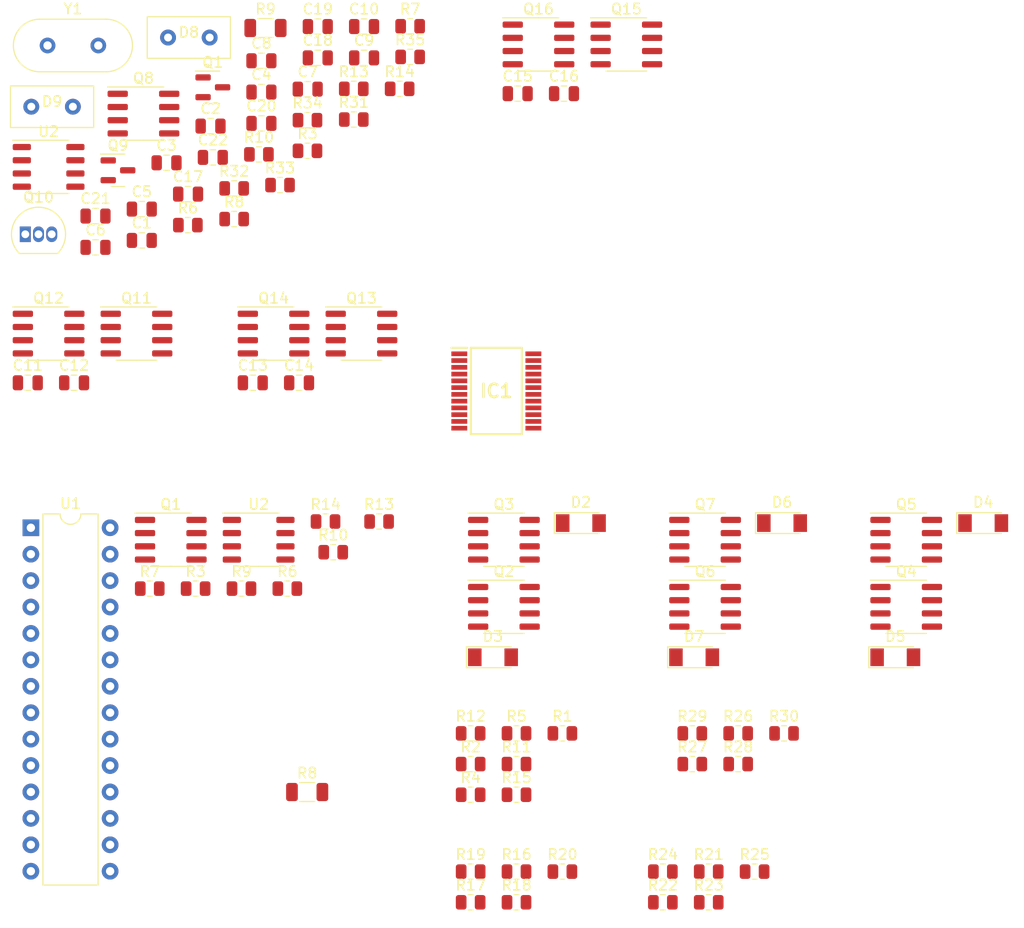
<source format=kicad_pcb>
(kicad_pcb (version 20211014) (generator pcbnew)
  (layers (0 "F.Cu" signal) (31 "B.Cu" signal) (34 "B.Paste" user) (35 "F.Paste" user) (36 "B.SilkS" user "B.Silkscreen") (37 "F.SilkS" user "F.Silkscreen") (38 "B.Mask" user) (39 "F.Mask" user) (44 "Edge.Cuts" user))
  (net 0 "")
  (net 1 "GND")
  (net 2 "+5V")
  (net 3 "Net-(C11-Pad1)")
  (net 4 "I_SENSE")
  (net 5 "VBUS")
  (net 6 "Net-(C12-Pad2)")
  (net 7 "Net-(C13-Pad1)")
  (net 8 "Net-(C14-Pad2)")
  (net 9 "Net-(C15-Pad1)")
  (net 10 "Net-(C16-Pad2)")
  (net 11 "Net-(C2-Pad1)")
  (net 12 "SHUTOFF")
  (net 13 "Net-(C4-Pad2)")
  (net 14 "OUTFG")
  (net 15 "U_N")
  (net 16 "V_N")
  (net 17 "W_N")
  (net 18 "U_P")
  (net 19 "V_P")
  (net 20 "W_P")
  (net 21 "Net-(C3-Pad1)")
  (net 22 "U_W")
  (net 23 "V_W")
  (net 24 "W_W")
  (net 25 "WAVE_CMP")
  (net 26 "Net-(C6-Pad2)")
  (net 27 "VReg")
  (net 28 "+BATT")
  (net 29 "Net-(Q1-Pad4)")
  (net 30 "Net-(Q1-Pad5)")
  (net 31 "U_MTR")
  (net 32 "W_MTR")
  (net 33 "V_MTR")
  (net 34 "I_MOTOR_TELEM")
  (net 35 "Net-(R10-Pad1)")
  (net 36 "MTR_V_TELEM")
  (net 37 "Net-(C17-Pad2)")
  (net 43 "Net-(C18-Pad2)")
  (net 44 "/U/BRK_OUT")
  (net 46 "/W/BRK_OUT")
  (net 47 "/V/BRK_OUT")
  (net 48 "Net-(D8-Pad2)")
  (net 49 "Net-(D9-Pad1)")
  (net 50 "SFCF")
  (net 51 "RSTMTRV")
  (net 52 "Net-(Q1-Pad3)")
  (net 53 "Net-(Q11-Pad5)")
  (net 54 "Net-(Q13-Pad5)")
  (net 56 "Net-(Q15-Pad5)")
  (net 62 "PWM_IN")
  (net 63 "Net-(R6-Pad1)")
  (net 64 "Net-(U2-Pad5)")
  (net 65 "Net-(Q8-Pad4)")
  (net 66 "Net-(Q8-Pad5)")
  (net 67 "Net-(Q9-Pad1)")
  (net 68 "MTR_FRQ")
  (net 69 "DRV_MTR")
  (net 70 "DRN_MTR")
  (net 71 "Net-(R7-Pad2)")
  (net 72 "RSTMTRVOCP")
  (net 73 "Net-(R10-Pad2)")
  (net 74 "RESET")
  (net 75 "BTL1")
  (net 76 "BTL2")
  (net 77 "BTL3")
  (footprint "Package_SO:SO-8_3.9x4.9mm_P1.27mm" (layer "F.Cu") (at 157.6132 36.872)
    (fp_text reference "U2" (at 0 -3.4) (layer "F.SilkS"))
    (fp_text value "MAX4373F")
    (pad "1" smd roundrect (at -2.575 -1.905) (size 1.75 0.6) (layers "F.Cu" "F.Paste" "F.Mask") (net 28 "+BATT"))
    (pad "2" smd roundrect (at -2.575 -0.635) (size 1.75 0.6) (layers "F.Cu" "F.Paste" "F.Mask") (net 34 "I_MOTOR_TELEM"))
    (pad "3" smd roundrect (at -2.575 0.635) (size 1.75 0.6) (layers "F.Cu" "F.Paste" "F.Mask") (net 73 "Net-(R10-Pad2)"))
    (pad "4" smd roundrect (at -2.575 1.905) (size 1.75 0.6) (layers "F.Cu" "F.Paste" "F.Mask") (net 1 "GND"))
    (pad "5" smd roundrect (at 2.575 1.905) (size 1.75 0.6) (layers "F.Cu" "F.Paste" "F.Mask") (net 72 "RSTMTRVOCP"))
    (pad "6" smd roundrect (at 2.575 0.635) (size 1.75 0.6) (layers "F.Cu" "F.Paste" "F.Mask") (net 67 "Net-(Q9-Pad1)"))
    (pad "7" smd roundrect (at 2.575 -0.635) (size 1.75 0.6) (layers "F.Cu" "F.Paste" "F.Mask") (net 5 "VBUS"))
    (pad "8" smd roundrect (at 2.575 -1.905) (size 1.75 0.6) (layers "F.Cu" "F.Paste" "F.Mask") (net 66 "Net-(Q8-Pad5)"))
  )
  (footprint "Resistor_SMD:R_0805_2012Metric" (layer "F.Cu") (at 216.67 104.6284)
    (fp_text reference "R24" (at 0 -1.65) (layer "F.SilkS"))
    (fp_text value "10K")
    (pad "1" smd roundrect (at -0.9125 0) (size 1.025 1.4) (layers "F.Cu" "F.Paste" "F.Mask") (roundrect_rratio 0.243902) (net 5 "VBUS"))
    (pad "2" smd roundrect (at 0.9125 0) (size 1.025 1.4) (layers "F.Cu" "F.Paste" "F.Mask") (roundrect_rratio 0.243902) (net 8 "Net-(C14-Pad2)"))
  )
  (footprint "Capacitor_SMD:C_0805_2012Metric" (layer "F.Cu") (at 178.0732 32.692)
    (fp_text reference "C20" (at 0 -1.68) (layer "F.SilkS"))
    (fp_text value "1uF")
    (pad "1" smd roundrect (at -0.95 0) (size 1 1.45) (layers "F.Cu" "F.Paste" "F.Mask") (net 44 "/U/BRK_OUT"))
    (pad "2" smd roundrect (at 0.95 0) (size 1 1.45) (layers "F.Cu" "F.Paste" "F.Mask") (net 46 "/W/BRK_OUT"))
  )
  (footprint "Capacitor_SMD:C_0805_2012Metric" (layer "F.Cu") (at 166.5732 43.942)
    (fp_text reference "C1" (at 0 -1.68) (layer "F.SilkS"))
    (fp_text value "1uF")
    (pad "1" smd roundrect (at -0.95 0) (size 1 1.45) (layers "F.Cu" "F.Paste" "F.Mask") (net 2 "+5V"))
    (pad "2" smd roundrect (at 0.95 0) (size 1 1.45) (layers "F.Cu" "F.Paste" "F.Mask") (net 1 "GND"))
  )
  (footprint "Resistor_SMD:R_0805_2012Metric" (layer "F.Cu") (at 216.67 107.5784)
    (fp_text reference "R22" (at 0 -1.65) (layer "F.SilkS"))
    (fp_text value "100")
    (pad "1" smd roundrect (at -0.9125 0) (size 1.025 1.4) (layers "F.Cu" "F.Paste" "F.Mask") (roundrect_rratio 0.243902) (net 19 "V_P"))
    (pad "2" smd roundrect (at 0.9125 0) (size 1.025 1.4) (layers "F.Cu" "F.Paste" "F.Mask") (roundrect_rratio 0.243902) (net 8 "Net-(C14-Pad2)"))
  )
  (footprint "Resistor_SMD:R_0805_2012Metric" (layer "F.Cu") (at 223.91 94.2884)
    (fp_text reference "R28" (at 0 -1.65) (layer "F.SilkS"))
    (fp_text value "10K")
    (pad "1" smd roundrect (at -0.9125 0) (size 1.025 1.4) (layers "F.Cu" "F.Paste" "F.Mask") (roundrect_rratio 0.243902) (net 9 "Net-(C15-Pad1)"))
    (pad "2" smd roundrect (at 0.9125 0) (size 1.025 1.4) (layers "F.Cu" "F.Paste" "F.Mask") (roundrect_rratio 0.243902) (net 4 "I_SENSE"))
  )
  (footprint "Diode_SMD:D_MiniMELF" (layer "F.Cu") (at 219.678 84.02)
    (fp_text reference "D7" (at 0 -2) (layer "F.SilkS"))
    (fp_text value "BZV55B12")
    (pad "1" smd rect (at -1.75 0) (size 1.3 1.7) (layers "F.Cu" "F.Paste" "F.Mask") (net 5 "VBUS"))
    (pad "2" smd rect (at 1.75 0) (size 1.3 1.7) (layers "F.Cu" "F.Paste" "F.Mask") (net 10 "Net-(C16-Pad2)"))
  )
  (footprint "Package_SO:SO-8_3.9x4.9mm_P1.27mm" (layer "F.Cu") (at 177.808 72.72)
    (fp_text reference "U2" (at 0 -3.4) (layer "F.SilkS"))
    (fp_text value "MAX4373F")
    (pad "1" smd roundrect (at -2.575 -1.905) (size 1.75 0.6) (layers "F.Cu" "F.Paste" "F.Mask") (net 63 "Net-(R6-Pad1)"))
    (pad "2" smd roundrect (at -2.575 -0.635) (size 1.75 0.6) (layers "F.Cu" "F.Paste" "F.Mask") (net 34 "I_MOTOR_TELEM"))
    (pad "3" smd roundrect (at -2.575 0.635) (size 1.75 0.6) (layers "F.Cu" "F.Paste" "F.Mask") (net 35 "Net-(R10-Pad1)"))
    (pad "4" smd roundrect (at -2.575 1.905) (size 1.75 0.6) (layers "F.Cu" "F.Paste" "F.Mask") (net 1 "GND"))
    (pad "5" smd roundrect (at 2.575 1.905) (size 1.75 0.6) (layers "F.Cu" "F.Paste" "F.Mask") (net 64 "Net-(U2-Pad5)"))
    (pad "6" smd roundrect (at 2.575 0.635) (size 1.75 0.6) (layers "F.Cu" "F.Paste" "F.Mask") (net 29 "Net-(Q1-Pad4)"))
    (pad "7" smd roundrect (at 2.575 -0.635) (size 1.75 0.6) (layers "F.Cu" "F.Paste" "F.Mask") (net 5 "VBUS"))
    (pad "8" smd roundrect (at 2.575 -1.905) (size 1.75 0.6) (layers "F.Cu" "F.Paste" "F.Mask") (net 30 "Net-(Q1-Pad5)"))
  )
  (footprint "Resistor_SMD:R_0805_2012Metric" (layer "F.Cu") (at 221.08 104.6284)
    (fp_text reference "R21" (at 0 -1.65) (layer "F.SilkS"))
    (fp_text value "100")
    (pad "1" smd roundrect (at -0.9125 0) (size 1.025 1.4) (layers "F.Cu" "F.Paste" "F.Mask") (roundrect_rratio 0.243902) (net 16 "V_N"))
    (pad "2" smd roundrect (at 0.9125 0) (size 1.025 1.4) (layers "F.Cu" "F.Paste" "F.Mask") (roundrect_rratio 0.243902) (net 7 "Net-(C13-Pad1)"))
  )
  (footprint "Resistor_SMD:R_0805_2012Metric" (layer "F.Cu") (at 171.0032 42.472)
    (fp_text reference "R6" (at 0 -1.65) (layer "F.SilkS"))
    (fp_text value "10K")
    (pad "1" smd roundrect (at -0.9125 0) (size 1.025 1.4) (layers "F.Cu" "F.Paste" "F.Mask") (roundrect_rratio 0.243902) (net 28 "+BATT"))
    (pad "2" smd roundrect (at 0.9125 0) (size 1.025 1.4) (layers "F.Cu" "F.Paste" "F.Mask") (roundrect_rratio 0.243902) (net 67 "Net-(Q9-Pad1)"))
  )
  (footprint "Resistor_SMD:R_0805_2012Metric" (layer "F.Cu") (at 198.19 94.2884)
    (fp_text reference "R2" (at 0 -1.65) (layer "F.SilkS"))
    (fp_text value "10K")
    (pad "1" smd roundrect (at -0.9125 0) (size 1.025 1.4) (layers "F.Cu" "F.Paste" "F.Mask") (roundrect_rratio 0.243902) (net 1 "GND"))
    (pad "2" smd roundrect (at 0.9125 0) (size 1.025 1.4) (layers "F.Cu" "F.Paste" "F.Mask") (roundrect_rratio 0.243902) (net 11 "Net-(C2-Pad1)"))
  )
  (footprint "Capacitor_SMD:C_0805_2012Metric" (layer "F.Cu") (at 166.5732 40.932)
    (fp_text reference "C5" (at 0 -1.68) (layer "F.SilkS"))
    (fp_text value "0.1uF")
    (pad "1" smd roundrect (at -0.95 0) (size 1 1.45) (layers "F.Cu" "F.Paste" "F.Mask") (net 27 "VReg"))
    (pad "2" smd roundrect (at 0.95 0) (size 1 1.45) (layers "F.Cu" "F.Paste" "F.Mask") (net 1 "GND"))
  )
  (footprint "Resistor_SMD:R_0805_2012Metric" (layer "F.Cu") (at 177.8332 35.672)
    (fp_text reference "R10" (at 0 -1.65) (layer "F.SilkS"))
    (fp_text value "9.5K")
    (pad "1" smd roundrect (at -0.9125 0) (size 1.025 1.4) (layers "F.Cu" "F.Paste" "F.Mask") (roundrect_rratio 0.243902) (net 34 "I_MOTOR_TELEM"))
    (pad "2" smd roundrect (at 0.9125 0) (size 1.025 1.4) (layers "F.Cu" "F.Paste" "F.Mask") (roundrect_rratio 0.243902) (net 73 "Net-(R10-Pad2)"))
  )
  (footprint "Resistor_SMD:R_1206_3216Metric" (layer "F.Cu") (at 178.4632 23.522)
    (fp_text reference "R9" (at 0 -1.82) (layer "F.SilkS"))
    (fp_text value "3m")
    (pad "1" smd roundrect (at -1.4625 0) (size 1.125 1.75) (layers "F.Cu" "F.Paste" "F.Mask") (roundrect_rratio 0.222222) (net 5 "VBUS"))
    (pad "2" smd roundrect (at 1.4625 0) (size 1.125 1.75) (layers "F.Cu" "F.Paste" "F.Mask") (roundrect_rratio 0.222222) (net 66 "Net-(Q8-Pad5)"))
  )
  (footprint "Capacitor_SMD:C_0805_2012Metric" (layer "F.Cu") (at 173.1832 32.952)
    (fp_text reference "C2" (at 0 -1.68) (layer "F.SilkS"))
    (fp_text value "1nF")
    (pad "1" smd roundrect (at -0.95 0) (size 1 1.45) (layers "F.Cu" "F.Paste" "F.Mask") (net 11 "Net-(C2-Pad1)"))
    (pad "2" smd roundrect (at 0.95 0) (size 1 1.45) (layers "F.Cu" "F.Paste" "F.Mask") (net 1 "GND"))
  )
  (footprint "Crystal:Crystal_HC49-4H_Vertical" (layer "F.Cu") (at 157.5132 25.202)
    (fp_text reference "Y1" (at 2.44 -3.525) (layer "F.SilkS"))
    (fp_text value "16MHz")
    (pad "1" thru_hole circle (at 0 0) (size 1.5 1.5) (drill 0.8) (layers *.Cu *.Mask) (net 37 "Net-(C17-Pad2)"))
    (pad "2" thru_hole circle (at 4.88 0) (size 1.5 1.5) (drill 0.8) (layers *.Cu *.Mask) (net 43 "Net-(C18-Pad2)"))
  )
  (footprint "Capacitor_SMD:C_0805_2012Metric" (layer "F.Cu") (at 178.0732 26.672)
    (fp_text reference "C8" (at 0 -1.68) (layer "F.SilkS"))
    (fp_text value "1uF")
    (pad "1" smd roundrect (at -0.95 0) (size 1 1.45) (layers "F.Cu" "F.Paste" "F.Mask") (net 5 "VBUS"))
    (pad "2" smd roundrect (at 0.95 0) (size 1 1.45) (layers "F.Cu" "F.Paste" "F.Mask") (net 1 "GND"))
  )
  (footprint "TB9061AFNG:2x_jumper" (layer "F.Cu") (at 171.0982 24.437)
    (fp_text reference "D8" (at 0 -0.5 unlocked) (layer "F.SilkS"))
    (fp_text value "BPW20RF ")
    (pad "1" thru_hole circle (at 2 0) (size 1.524 1.524) (drill 0.762) (layers *.Cu *.Mask) (net 2 "+5V"))
    (pad "2" thru_hole circle (at -2 0) (size 1.524 1.524) (drill 0.762) (layers *.Cu *.Mask) (net 48 "Net-(D8-Pad2)"))
  )
  (footprint "Package_DIP:DIP-28_W7.62mm" (layer "F.Cu") (at 155.908 71.57)
    (fp_text reference "U1" (at 3.81 -2.33) (layer "F.SilkS"))
    (fp_text value "ATmega328-P")
    (pad "1" thru_hole rect (at 0 0) (size 1.6 1.6) (drill 0.8) (layers *.Cu *.Mask) (net 74 "RESET"))
    (pad "2" thru_hole oval (at 0 2.54) (size 1.6 1.6) (drill 0.8) (layers *.Cu *.Mask))
    (pad "3" thru_hole oval (at 0 5.08) (size 1.6 1.6) (drill 0.8) (layers *.Cu *.Mask))
    (pad "4" thru_hole oval (at 0 7.62) (size 1.6 1.6) (drill 0.8) (layers *.Cu *.Mask))
    (pad "5" thru_hole oval (at 0 10.16) (size 1.6 1.6) (drill 0.8) (layers *.Cu *.Mask))
    (pad "6" thru_hole oval (at 0 12.7) (size 1.6 1.6) (drill 0.8) (layers *.Cu *.Mask))
    (pad "7" thru_hole oval (at 0 15.24) (size 1.6 1.6) (drill 0.8) (layers *.Cu *.Mask) (net 2 "+5V"))
    (pad "8" thru_hole oval (at 0 17.78) (size 1.6 1.6) (drill 0.8) (layers *.Cu *.Mask) (net 1 "GND"))
    (pad "9" thru_hole oval (at 0 20.32) (size 1.6 1.6) (drill 0.8) (layers *.Cu *.Mask) (net 37 "Net-(C17-Pad2)"))
    (pad "10" thru_hole oval (at 0 22.86) (size 1.6 1.6) (drill 0.8) (layers *.Cu *.Mask))
    (pad "11" thru_hole oval (at 0 25.4) (size 1.6 1.6) (drill 0.8) (layers *.Cu *.Mask) (net 62 "PWM_IN"))
    (pad "12" thru_hole oval (at 0 27.94) (size 1.6 1.6) (drill 0.8) (layers *.Cu *.Mask) (net 72 "RSTMTRVOCP"))
    (pad "13" thru_hole oval (at 0 30.48) (size 1.6 1.6) (drill 0.8) (layers *.Cu *.Mask) (net 51 "RSTMTRV"))
    (pad "14" thru_hole oval (at 0 33.02) (size 1.6 1.6) (drill 0.8) (layers *.Cu *.Mask) (net 12 "SHUTOFF"))
    (pad "15" thru_hole oval (at 7.62 33.02) (size 1.6 1.6) (drill 0.8) (layers *.Cu *.Mask) (net 71 "Net-(R7-Pad2)"))
    (pad "16" thru_hole oval (at 7.62 30.48) (size 1.6 1.6) (drill 0.8) (layers *.Cu *.Mask) (net 68 "MTR_FRQ"))
    (pad "17" thru_hole oval (at 7.62 27.94) (size 1.6 1.6) (drill 0.8) (layers *.Cu *.Mask) (net 75 "BTL1"))
    (pad "18" thru_hole oval (at 7.62 25.4) (size 1.6 1.6) (drill 0.8) (layers *.Cu *.Mask) (net 76 "BTL2"))
    (pad "19" thru_hole oval (at 7.62 22.86) (size 1.6 1.6) (drill 0.8) (layers *.Cu *.Mask) (net 77 "BTL3"))
    (pad "20" thru_hole oval (at 7.62 20.32) (size 1.6 1.6) (drill 0.8) (layers *.Cu *.Mask) (net 2 "+5V"))
    (pad "21" thru_hole oval (at 7.62 17.78) (size 1.6 1.6) (drill 0.8) (layers *.Cu *.Mask))
    (pad "22" thru_hole oval (at 7.62 15.24) (size 1.6 1.6) (drill 0.8) (layers *.Cu *.Mask) (net 1 "GND"))
    (pad "23" thru_hole oval (at 7.62 12.7) (size 1.6 1.6) (drill 0.8) (layers *.Cu *.Mask) (net 34 "I_MOTOR_TELEM"))
    (pad "24" thru_hole oval (at 7.62 10.16) (size 1.6 1.6) (drill 0.8) (layers *.Cu *.Mask))
    (pad "25" thru_hole oval (at 7.62 7.62) (size 1.6 1.6) (drill 0.8) (layers *.Cu *.Mask))
    (pad "26" thru_hole oval (at 7.62 5.08) (size 1.6 1.6) (drill 0.8) (layers *.Cu *.Mask))
    (pad "27" thru_hole oval (at 7.62 2.54) (size 1.6 1.6) (drill 0.8) (layers *.Cu *.Mask))
    (pad "28" thru_hole oval (at 7.62 0) (size 1.6 1.6) (drill 0.8) (layers *.Cu *.Mask))
  )
  (footprint "Resistor_SMD:R_0805_2012Metric" (layer "F.Cu") (at 202.6 94.2884)
    (fp_text reference "R11" (at 0 -1.65) (layer "F.SilkS"))
    (fp_text value "3K")
    (pad "1" smd roundrect (at -0.9125 0) (size 1.025 1.4) (layers "F.Cu" "F.Paste" "F.Mask") (roundrect_rratio 0.243902) (net 27 "VReg"))
    (pad "2" smd roundrect (at 0.9125 0) (size 1.025 1.4) (layers "F.Cu" "F.Paste" "F.Mask") (roundrect_rratio 0.243902) (net 50 "SFCF"))
  )
  (footprint "Capacitor_SMD:C_0805_2012Metric" (layer "F.Cu") (at 173.4032 35.962)
    (fp_text reference "C22" (at 0 -1.68) (layer "F.SilkS"))
    (fp_text value "1uF")
    (pad "1" smd roundrect (at -0.95 0) (size 1 1.45) (layers "F.Cu" "F.Paste" "F.Mask") (net 44 "/U/BRK_OUT"))
    (pad "2" smd roundrect (at 0.95 0) (size 1 1.45) (layers "F.Cu" "F.Paste" "F.Mask") (net 47 "/V/BRK_OUT"))
  )
  (footprint "Package_SO:SOIC-8_3.9x4.9mm_P1.27mm" (layer "F.Cu") (at 169.358 72.72)
    (fp_text reference "Q1" (at 0 -3.4) (layer "F.SilkS"))
    (fp_text value "IRF7458")
    (pad "1" smd roundrect (at -2.475 -1.905) (size 1.95 0.6) (layers "F.Cu" "F.Paste" "F.Mask") (net 28 "+BATT"))
    (pad "2" smd roundrect (at -2.475 -0.635) (size 1.95 0.6) (layers "F.Cu" "F.Paste" "F.Mask") (net 28 "+BATT"))
    (pad "3" smd roundrect (at -2.475 0.635) (size 1.95 0.6) (layers "F.Cu" "F.Paste" "F.Mask") (net 28 "+BATT"))
    (pad "4" smd roundrect (at -2.475 1.905) (size 1.95 0.6) (layers "F.Cu" "F.Paste" "F.Mask") (net 29 "Net-(Q1-Pad4)"))
    (pad "5" smd roundrect (at 2.475 1.905) (size 1.95 0.6) (layers "F.Cu" "F.Paste" "F.Mask") (net 30 "Net-(Q1-Pad5)"))
    (pad "6" smd roundrect (at 2.475 0.635) (size 1.95 0.6) (layers "F.Cu" "F.Paste" "F.Mask") (net 30 "Net-(Q1-Pad5)"))
    (pad "7" smd roundrect (at 2.475 -0.635) (size 1.95 0.6) (layers "F.Cu" "F.Paste" "F.Mask") (net 30 "Net-(Q1-Pad5)"))
    (pad "8" smd roundrect (at 2.475 -1.905) (size 1.95 0.6) (layers "F.Cu" "F.Paste" "F.Mask") (net 30 "Net-(Q1-Pad5)"))
  )
  (footprint "Package_SO:SOIC-8_3.9x4.9mm_P1.27mm" (layer "F.Cu") (at 240.068 72.72)
    (fp_text reference "Q5" (at 0 -3.4) (layer "F.SilkS"))
    (fp_text value "Si4162DY")
    (pad "1" smd roundrect (at -2.475 -1.905) (size 1.95 0.6) (layers "F.Cu" "F.Paste" "F.Mask") (net 4 "I_SENSE"))
    (pad "2" smd roundrect (at -2.475 -0.635) (size 1.95 0.6) (layers "F.Cu" "F.Paste" "F.Mask") (net 4 "I_SENSE"))
    (pad "3" smd roundrect (at -2.475 0.635) (size 1.95 0.6) (layers "F.Cu" "F.Paste" "F.Mask") (net 4 "I_SENSE"))
    (pad "4" smd roundrect (at -2.475 1.905) (size 1.95 0.6) (layers "F.Cu" "F.Paste" "F.Mask") (net 7 "Net-(C13-Pad1)"))
    (pad "5" smd roundrect (at 2.475 1.905) (size 1.95 0.6) (layers "F.Cu" "F.Paste" "F.Mask") (net 54 "Net-(Q13-Pad5)"))
    (pad "6" smd roundrect (at 2.475 0.635) (size 1.95 0.6) (layers "F.Cu" "F.Paste" "F.Mask") (net 54 "Net-(Q13-Pad5)"))
    (pad "7" smd roundrect (at 2.475 -0.635) (size 1.95 0.6) (layers "F.Cu" "F.Paste" "F.Mask") (net 54 "Net-(Q13-Pad5)"))
    (pad "8" smd roundrect (at 2.475 -1.905) (size 1.95 0.6) (layers "F.Cu" "F.Paste" "F.Mask") (net 54 "Net-(Q13-Pad5)"))
  )
  (footprint "Package_SO:SOIC-8_3.9x4.9mm_P1.27mm" (layer "F.Cu") (at 220.728 79.17)
    (fp_text reference "Q6" (at 0 -3.4) (layer "F.SilkS"))
    (fp_text value "IRF7404")
    (pad "1" smd roundrect (at -2.475 -1.905) (size 1.95 0.6) (layers "F.Cu" "F.Paste" "F.Mask") (net 56 "Net-(Q15-Pad5)"))
    (pad "2" smd roundrect (at -2.475 -0.635) (size 1.95 0.6) (layers "F.Cu" "F.Paste" "F.Mask") (net 56 "Net-(Q15-Pad5)"))
    (pad "3" smd roundrect (at -2.475 0.635) (size 1.95 0.6) (layers "F.Cu" "F.Paste" "F.Mask") (net 56 "Net-(Q15-Pad5)"))
    (pad "4" smd roundrect (at -2.475 1.905) (size 1.95 0.6) (layers "F.Cu" "F.Paste" "F.Mask") (net 10 "Net-(C16-Pad2)"))
    (pad "5" smd roundrect (at 2.475 1.905) (size 1.95 0.6) (layers "F.Cu" "F.Paste" "F.Mask") (net 5 "VBUS"))
    (pad "6" smd roundrect (at 2.475 0.635) (size 1.95 0.6) (layers "F.Cu" "F.Paste" "F.Mask") (net 5 "VBUS"))
    (pad "7" smd roundrect (at 2.475 -0.635) (size 1.95 0.6) (layers "F.Cu" "F.Paste" "F.Mask") (net 5 "VBUS"))
    (pad "8" smd roundrect (at 2.475 -1.905) (size 1.95 0.6) (layers "F.Cu" "F.Paste" "F.Mask") (net 5 "VBUS"))
  )
  (footprint "Capacitor_SMD:C_0805_2012Metric" (layer "F.Cu") (at 162.1232 44.612)
    (fp_text reference "C6" (at 0 -1.68) (layer "F.SilkS"))
    (fp_text value "0.01uF")
    (pad "1" smd roundrect (at -0.95 0) (size 1 1.45) (layers "F.Cu" "F.Paste" "F.Mask") (net 1 "GND"))
    (pad "2" smd roundrect (at 0.95 0) (size 1 1.45) (layers "F.Cu" "F.Paste" "F.Mask") (net 26 "Net-(C6-Pad2)"))
  )
  (footprint "Capacitor_SMD:C_0805_2012Metric" (layer "F.Cu") (at 160.0632 57.632)
    (fp_text reference "C12" (at 0 -1.68) (layer "F.SilkS"))
    (fp_text value "0.01uF")
    (pad "1" smd roundrect (at -0.95 0) (size 1 1.45) (layers "F.Cu" "F.Paste" "F.Mask") (net 5 "VBUS"))
    (pad "2" smd roundrect (at 0.95 0) (size 1 1.45) (layers "F.Cu" "F.Paste" "F.Mask") (net 6 "Net-(C12-Pad2)"))
  )
  (footprint "Resistor_SMD:R_0805_2012Metric" (layer "F.Cu") (at 219.5 91.3384)
    (fp_text reference "R29" (at 0 -1.65) (layer "F.SilkS"))
    (fp_text value "10K")
    (pad "1" smd roundrect (at -0.9125 0) (size 1.025 1.4) (layers "F.Cu" "F.Paste" "F.Mask") (roundrect_rratio 0.243902) (net 5 "VBUS"))
    (pad "2" smd roundrect (at 0.9125 0) (size 1.025 1.4) (layers "F.Cu" "F.Paste" "F.Mask") (roundrect_rratio 0.243902) (net 10 "Net-(C16-Pad2)"))
  )
  (footprint "Package_SO:SOIC-8_3.9x4.9mm_P1.27mm" (layer "F.Cu") (at 201.388 72.72)
    (fp_text reference "Q3" (at 0 -3.4) (layer "F.SilkS"))
    (fp_text value "Si4162DY")
    (pad "1" smd roundrect (at -2.475 -1.905) (size 1.95 0.6) (layers "F.Cu" "F.Paste" "F.Mask") (net 4 "I_SENSE"))
    (pad "2" smd roundrect (at -2.475 -0.635) (size 1.95 0.6) (layers "F.Cu" "F.Paste" "F.Mask") (net 4 "I_SENSE"))
    (pad "3" smd roundrect (at -2.475 0.635) (size 1.95 0.6) (layers "F.Cu" "F.Paste" "F.Mask") (net 4 "I_SENSE"))
    (pad "4" smd roundrect (at -2.475 1.905) (size 1.95 0.6) (layers "F.Cu" "F.Paste" "F.Mask") (net 3 "Net-(C11-Pad1)"))
    (pad "5" smd roundrect (at 2.475 1.905) (size 1.95 0.6) (layers "F.Cu" "F.Paste" "F.Mask") (net 53 "Net-(Q11-Pad5)"))
    (pad "6" smd roundrect (at 2.475 0.635) (size 1.95 0.6) (layers "F.Cu" "F.Paste" "F.Mask") (net 53 "Net-(Q11-Pad5)"))
    (pad "7" smd roundrect (at 2.475 -0.635) (size 1.95 0.6) (layers "F.Cu" "F.Paste" "F.Mask") (net 53 "Net-(Q11-Pad5)"))
    (pad "8" smd roundrect (at 2.475 -1.905) (size 1.95 0.6) (layers "F.Cu" "F.Paste" "F.Mask") (net 53 "Net-(Q11-Pad5)"))
  )
  (footprint "Capacitor_SMD:C_0805_2012Metric" (layer "F.Cu") (at 187.9432 26.392)
    (fp_text reference "C9" (at 0 -1.68) (layer "F.SilkS"))
    (fp_text value "1uF")
    (pad "1" smd roundrect (at -0.95 0) (size 1 1.45) (layers "F.Cu" "F.Paste" "F.Mask") (net 5 "VBUS"))
    (pad "2" smd roundrect (at 0.95 0) (size 1 1.45) (layers "F.Cu" "F.Paste" "F.Mask") (net 1 "GND"))
  )
  (footprint "Package_SO:SOIC-8_3.9x4.9mm_P1.27mm" (layer "F.Cu") (at 204.7132 25.102)
    (fp_text reference "Q16" (at 0 -3.4) (layer "F.SilkS"))
    (fp_text value "IRF7404")
    (pad "1" smd roundrect (at -2.475 -1.905) (size 1.95 0.6) (layers "F.Cu" "F.Paste" "F.Mask") (net 33 "V_MTR"))
    (pad "2" smd roundrect (at -2.475 -0.635) (size 1.95 0.6) (layers "F.Cu" "F.Paste" "F.Mask") (net 33 "V_MTR"))
    (pad "3" smd roundrect (at -2.475 0.635) (size 1.95 0.6) (layers "F.Cu" "F.Paste" "F.Mask") (net 33 "V_MTR"))
    (pad "4" smd roundrect (at -2.475 1.905) (size 1.95 0.6) (layers "F.Cu" "F.Paste" "F.Mask") (net 69 "DRV_MTR"))
    (pad "5" smd roundrect (at 2.475 1.905) (size 1.95 0.6) (layers "F.Cu" "F.Paste" "F.Mask") (net 47 "/V/BRK_OUT"))
    (pad "6" smd roundrect (at 2.475 0.635) (size 1.95 0.6) (layers "F.Cu" "F.Paste" "F.Mask") (net 47 "/V/BRK_OUT"))
    (pad "7" smd roundrect (at 2.475 -0.635) (size 1.95 0.6) (layers "F.Cu" "F.Paste" "F.Mask") (net 47 "/V/BRK_OUT"))
    (pad "8" smd roundrect (at 2.475 -1.905) (size 1.95 0.6) (layers "F.Cu" "F.Paste" "F.Mask") (net 47 "/V/BRK_OUT"))
  )
  (footprint "Resistor_SMD:R_0805_2012Metric" (layer "F.Cu") (at 192.3732 23.352)
    (fp_text reference "R7" (at 0 -1.65) (layer "F.SilkS"))
    (fp_text value "100")
    (pad "1" smd roundrect (at -0.9125 0) (size 1.025 1.4) (layers "F.Cu" "F.Paste" "F.Mask") (roundrect_rratio 0.243902) (net 70 "DRN_MTR"))
    (pad "2" smd roundrect (at 0.9125 0) (size 1.025 1.4) (layers "F.Cu" "F.Paste" "F.Mask") (roundrect_rratio 0.243902) (net 71 "Net-(R7-Pad2)"))
  )
  (footprint "Resistor_SMD:R_0805_2012Metric" (layer "F.Cu") (at 192.3732 26.302)
    (fp_text reference "R35" (at 0 -1.65) (layer "F.SilkS"))
    (fp_text value "3m")
    (pad "1" smd roundrect (at -0.9125 0) (size 1.025 1.4) (layers "F.Cu" "F.Paste" "F.Mask") (roundrect_rratio 0.243902) (net 1 "GND"))
    (pad "2" smd roundrect (at 0.9125 0) (size 1.025 1.4) (layers "F.Cu" "F.Paste" "F.Mask") (roundrect_rratio 0.243902) (net 4 "I_SENSE"))
  )
  (footprint "Diode_SMD:D_MiniMELF" (layer "F.Cu") (at 228.128 71.12)
    (fp_text reference "D6" (at 0 -2) (layer "F.SilkS"))
    (fp_text value "BZV55B12")
    (pad "1" smd rect (at -1.75 0) (size 1.3 1.7) (layers "F.Cu" "F.Paste" "F.Mask") (net 9 "Net-(C15-Pad1)"))
    (pad "2" smd rect (at 1.75 0) (size 1.3 1.7) (layers "F.Cu" "F.Paste" "F.Mask") (net 4 "I_SENSE"))
  )
  (footprint "Package_TO_SOT_SMD:SOT-23" (layer "F.Cu") (at 164.2832 37.202)
    (fp_text reference "Q9" (at 0 -2.4) (layer "F.SilkS"))
    (fp_text value "2N7002")
    (pad "1" smd roundrect (at -0.9375 -0.95) (size 1.475 0.6) (layers "F.Cu" "F.Paste" "F.Mask") (net 67 "Net-(Q9-Pad1)"))
    (pad "2" smd roundrect (at -0.9375 0.95) (size 1.475 0.6) (layers "F.Cu" "F.Paste" "F.Mask") (net 52 "Net-(Q1-Pad3)"))
    (pad "3" smd roundrect (at 0.9375 0) (size 1.475 0.6) (layers "F.Cu" "F.Paste" "F.Mask") (net 65 "Net-(Q8-Pad4)"))
  )
  (footprint "Resistor_SMD:R_0805_2012Metric" (layer "F.Cu") (at 202.6 107.5784)
    (fp_text reference "R18" (at 0 -1.65) (layer "F.SilkS"))
    (fp_text value "10K")
    (pad "1" smd roundrect (at -0.9125 0) (size 1.025 1.4) (layers "F.Cu" "F.Paste" "F.Mask") (roundrect_rratio 0.243902) (net 3 "Net-(C11-Pad1)"))
    (pad "2" smd roundrect (at 0.9125 0) (size 1.025 1.4) (layers "F.Cu" "F.Paste" "F.Mask") (roundrect_rratio 0.243902) (net 4 "I_SENSE"))
  )
  (footprint "Resistor_SMD:R_0805_2012Metric" (layer "F.Cu") (at 182.5032 32.382)
    (fp_text reference "R34" (at 0 -1.65) (layer "F.SilkS"))
    (fp_text value "1K")
    (pad "1" smd roundrect (at -0.9125 0) (size 1.025 1.4) (layers "F.Cu" "F.Paste" "F.Mask") (roundrect_rratio 0.243902) (net 1 "GND"))
    (pad "2" smd roundrect (at 0.9125 0) (size 1.025 1.4) (layers "F.Cu" "F.Paste" "F.Mask") (roundrect_rratio 0.243902) (net 49 "Net-(D9-Pad1)"))
  )
  (footprint "Resistor_SMD:R_0805_2012Metric" (layer "F.Cu") (at 167.338 77.42)
    (fp_text reference "R7" (at 0 -1.65) (layer "F.SilkS"))
    (fp_text value "10K")
    (pad "1" smd roundrect (at -0.9125 0) (size 1.025 1.4) (layers "F.Cu" "F.Paste" "F.Mask") (roundrect_rratio 0.243902) (net 63 "Net-(R6-Pad1)"))
    (pad "2" smd roundrect (at 0.9125 0) (size 1.025 1.4) (layers "F.Cu" "F.Paste" "F.Mask") (roundrect_rratio 0.243902) (net 64 "Net-(U2-Pad5)"))
  )
  (footprint "Package_SO:SOIC-8_3.9x4.9mm_P1.27mm" (layer "F.Cu") (at 220.728 72.72)
    (fp_text reference "Q7" (at 0 -3.4) (layer "F.SilkS"))
    (fp_text value "Si4162DY")
    (pad "1" smd roundrect (at -2.475 -1.905) (size 1.95 0.6) (layers "F.Cu" "F.Paste" "F.Mask") (net 4 "I_SENSE"))
    (pad "2" smd roundrect (at -2.475 -0.635) (size 1.95 0.6) (layers "F.Cu" "F.Paste" "F.Mask") (net 4 "I_SENSE"))
    (pad "3" smd roundrect (at -2.475 0.635) (size 1.95 0.6) (layers "F.Cu" "F.Paste" "F.Mask") (net 4 "I_SENSE"))
    (pad "4" smd roundrect (at -2.475 1.905) (size 1.95 0.6) (layers "F.Cu" "F.Paste" "F.Mask") (net 9 "Net-(C15-Pad1)"))
    (pad "5" smd roundrect (at 2.475 1.905) (size 1.95 0.6) (layers "F.Cu" "F.Paste" "F.Mask") (net 56 "Net-(Q15-Pad5)"))
    (pad "6" smd roundrect (at 2.475 0.635) (size 1.95 0.6) (layers "F.Cu" "F.Paste" "F.Mask") (net 56 "Net-(Q15-Pad5)"))
    (pad "7" smd roundrect (at 2.475 -0.635) (size 1.95 0.6) (layers "F.Cu" "F.Paste" "F.Mask") (net 56 "Net-(Q15-Pad5)"))
    (pad "8" smd roundrect (at 2.475 -1.905) (size 1.95 0.6) (layers "F.Cu" "F.Paste" "F.Mask") (net 56 "Net-(Q15-Pad5)"))
  )
  (footprint "Resistor_SMD:R_0805_2012Metric" (layer "F.Cu") (at 179.8632 38.622)
    (fp_text reference "R33" (at 0 -1.65) (layer "F.SilkS"))
    (fp_text value "1K")
    (pad "1" smd roundrect (at -0.9125 0) (size 1.025 1.4) (layers "F.Cu" "F.Paste" "F.Mask") (roundrect_rratio 0.243902) (net 1 "GND"))
    (pad "2" smd roundrect (at 0.9125 0) (size 1.025 1.4) (layers "F.Cu" "F.Paste" "F.Mask") (roundrect_rratio 0.243902) (net 68 "MTR_FRQ"))
  )
  (footprint "Resistor_SMD:R_0805_2012Metric" (layer "F.Cu") (at 184.238 70.97)
    (fp_text reference "R14" (at 0 -1.65) (layer "F.SilkS"))
    (fp_text value "10K")
    (pad "1" smd roundrect (at -0.9125 0) (size 1.025 1.4) (layers "F.Cu" "F.Paste" "F.Mask") (roundrect_rratio 0.243902) (net 36 "MTR_V_TELEM"))
    (pad "2" smd roundrect (at 0.9125 0) (size 1.025 1.4) (layers "F.Cu" "F.Paste" "F.Mask") (roundrect_rratio 0.243902) (net 1 "GND"))
  )
  (footprint "Resistor_SMD:R_0805_2012Metric" (layer "F.Cu") (at 202.6 91.3384)
    (fp_text reference "R5" (at 0 -1.65) (layer "F.SilkS"))
    (fp_text value "10K")
    (pad "1" smd roundrect (at -0.9125 0) (size 1.025 1.4) (layers "F.Cu" "F.Paste" "F.Mask") (roundrect_rratio 0.243902) (net 25 "WAVE_CMP"))
    (pad "2" smd roundrect (at 0.9125 0) (size 1.025 1.4) (layers "F.Cu" "F.Paste" "F.Mask") (roundrect_rratio 0.243902) (net 1 "GND"))
  )
  (footprint "Capacitor_SMD:C_0805_2012Metric" (layer "F.Cu") (at 202.7132 29.832)
    (fp_text reference "C15" (at 0 -1.68) (layer "F.SilkS"))
    (fp_text value "0.01uF")
    (pad "1" smd roundrect (at -0.95 0) (size 1 1.45) (layers "F.Cu" "F.Paste" "F.Mask") (net 9 "Net-(C15-Pad1)"))
    (pad "2" smd roundrect (at 0.95 0) (size 1 1.45) (layers "F.Cu" "F.Paste" "F.Mask") (net 4 "I_SENSE"))
  )
  (footprint "Capacitor_SMD:C_0805_2012Metric" (layer "F.Cu") (at 171.0232 39.492)
    (fp_text reference "C17" (at 0 -1.68) (layer "F.SilkS"))
    (fp_text value "20pF")
    (pad "1" smd roundrect (at -0.95 0) (size 1 1.45) (layers "F.Cu" "F.Paste" "F.Mask") (net 1 "GND"))
    (pad "2" smd roundrect (at 0.95 0) (size 1 1.45) (layers "F.Cu" "F.Paste" "F.Mask") (net 37 "Net-(C17-Pad2)"))
  )
  (footprint "Capacitor_SMD:C_0805_2012Metric" (layer "F.Cu") (at 207.1632 29.832)
    (fp_text reference "C16" (at 0 -1.68) (layer "F.SilkS"))
    (fp_text value "0.01uF")
    (pad "1" smd roundrect (at -0.95 0) (size 1 1.45) (layers "F.Cu" "F.Paste" "F.Mask") (net 5 "VBUS"))
    (pad "2" smd roundrect (at 0.95 0) (size 1 1.45) (layers "F.Cu" "F.Paste" "F.Mask") (net 10 "Net-(C16-Pad2)"))
  )
  (footprint "Package_SO:SOIC-8_3.9x4.9mm_P1.27mm" (layer "F.Cu") (at 213.1632 25.102)
    (fp_text reference "Q15" (at 0 -3.4) (layer "F.SilkS"))
    (fp_text value "Si4162DY")
    (pad "1" smd roundrect (at -2.475 -1.905) (size 1.95 0.6) (layers "F.Cu" "F.Paste" "F.Mask") (net 33 "V_MTR"))
    (pad "2" smd roundrect (at -2.475 -0.635) (size 1.95 0.6) (layers "F.Cu" "F.Paste" "F.Mask") (net 33 "V_MTR"))
    (pad "3" smd roundrect (at -2.475 0.635) (size 1.95 0.6) (layers "F.Cu" "F.Paste" "F.Mask") (net 33 "V_MTR"))
    (pad "4" smd roundrect (at -2.475 1.905) (size 1.95 0.6) (layers "F.Cu" "F.Paste" "F.Mask") (net 69 "DRV_MTR"))
    (pad "5" smd roundrect (at 2.475 1.905) (size 1.95 0.6) (layers "F.Cu" "F.Paste" "F.Mask") (net 56 "Net-(Q15-Pad5)"))
    (pad "6" smd roundrect (at 2.475 0.635) (size 1.95 0.6) (layers "F.Cu" "F.Paste" "F.Mask") (net 56 "Net-(Q15-Pad5)"))
    (pad "7" smd roundrect (at 2.475 -0.635) (size 1.95 0.6) (layers "F.Cu" "F.Paste" "F.Mask") (net 56 "Net-(Q15-Pad5)"))
    (pad "8" smd roundrect (at 2.475 -1.905) (size 1.95 0.6) (layers "F.Cu" "F.Paste" "F.Mask") (net 56 "Net-(Q15-Pad5)"))
  )
  (footprint "Resistor_SMD:R_0805_2012Metric" (layer "F.Cu") (at 198.19 104.6284)
    (fp_text reference "R19" (at 0 -1.65) (layer "F.SilkS"))
    (fp_text value "10K")
    (pad "1" smd roundrect (at -0.9125 0) (size 1.025 1.4) (layers "F.Cu" "F.Paste" "F.Mask") (roundrect_rratio 0.243902) (net 5 "VBUS"))
    (pad "2" smd roundrect (at 0.9125 0) (size 1.025 1.4) (layers "F.Cu" "F.Paste" "F.Mask") (roundrect_rratio 0.243902) (net 6 "Net-(C12-Pad2)"))
  )
  (footprint "Resistor_SMD:R_0805_2012Metric" (layer "F.Cu") (at 186.9532 29.372)
    (fp_text reference "R13" (at 0 -1.65) (layer "F.SilkS"))
    (fp_text value "10K")
    (pad "1" smd roundrect (at -0.9125 0) (size 1.025 1.4) (layers "F.Cu" "F.Paste" "F.Mask") (roundrect_rratio 0.243902) (net 74 "RESET"))
    (pad "2" smd roundrect (at 0.9125 0) (size 1.025 1.4) (layers "F.Cu" "F.Paste" "F.Mask") (roundrect_rratio 0.243902) (net 2 "+5V"))
  )
  (footprint "Package_TO_SOT_THT:TO-92_Inline" (layer "F.Cu") (at 155.3732 43.352)
    (fp_text reference "Q10" (at 1.27 -3.56) (layer "F.SilkS"))
    (fp_text value "2N3904")
    (pad "1" thru_hole rect (at 0 0) (size 1.05 1.5) (drill 0.75) (layers *.Cu *.Mask) (net 68 "MTR_FRQ"))
    (pad "2" thru_hole oval (at 1.27 0) (size 1.05 1.5) (drill 0.75) (layers *.Cu *.Mask) (net 48 "Net-(D8-Pad2)"))
    (pad "3" thru_hole oval (at 2.54 0) (size 1.05 1.5) (drill 0.75) (layers *.Cu *.Mask) (net 2 "+5V"))
  )
  (footprint "Resistor_SMD:R_0805_2012Metric" (layer "F.Cu") (at 175.4532 41.892)
    (fp_text reference "R8" (at 0 -1.65) (layer "F.SilkS"))
    (fp_text value "10K")
    (pad "1" smd roundrect (at -0.9125 0) (size 1.025 1.4) (layers "F.Cu" "F.Paste" "F.Mask") (roundrect_rratio 0.243902) (net 28 "+BATT"))
    (pad "2" smd roundrect (at 0.9125 0) (size 1.025 1.4) (layers "F.Cu" "F.Paste" "F.Mask") (roundrect_rratio 0.243902) (net 72 "RSTMTRVOCP"))
  )
  (footprint "Capacitor_SMD:C_0805_2012Metric" (layer "F.Cu") (at 168.9532 36.482)
    (fp_text reference "C3" (at 0 -1.68) (layer "F.SilkS"))
    (fp_text value "1uF")
    (pad "1" smd roundrect (at -0.95 0) (size 1 1.45) (layers "F.Cu" "F.Paste" "F.Mask") (net 21 "Net-(C3-Pad1)"))
    (pad "2" smd roundrect (at 0.95 0) (size 1 1.45) (layers "F.Cu" "F.Paste" "F.Mask") (net 1 "GND"))
  )
  (footprint "Capacitor_SMD:C_0805_2012Metric" (layer "F.Cu") (at 155.6132 57.632)
    (fp_text reference "C11" (at 0 -1.68) (layer "F.SilkS"))
    (fp_text value "0.01uF")
    (pad "1" smd roundrect (at -0.95 0) (size 1 1.45) (layers "F.Cu" "F.Paste" "F.Mask") (net 3 "Net-(C11-Pad1)"))
    (pad "2" smd roundrect (at 0.95 0) (size 1 1.45) (layers "F.Cu" "F.Paste" "F.Mask") (net 4 "I_SENSE"))
  )
  (footprint "Resistor_SMD:R_0805_2012Metric" (layer "F.Cu") (at 171.748 77.42)
    (fp_text reference "R3" (at 0 -1.65) (layer "F.SilkS"))
    (fp_text value "10K")
    (pad "1" smd roundrect (at -0.9125 0) (size 1.025 1.4) (layers "F.Cu" "F.Paste" "F.Mask") (roundrect_rratio 0.243902) (net 28 "+BATT"))
    (pad "2" smd roundrect (at 0.9125 0) (size 1.025 1.4) (layers "F.Cu" "F.Paste" "F.Mask") (roundrect_rratio 0.243902) (net 29 "Net-(Q1-Pad4)"))
  )
  (footprint "Package_SO:SOIC-8_3.9x4.9mm_P1.27mm" (layer "F.Cu") (at 179.2432 52.902)
    (fp_text reference "Q14" (at 0 -3.4) (layer "F.SilkS"))
    (fp_text value "IRF7404")
    (pad "1" smd roundrect (at -2.475 -1.905) (size 1.95 0.6) (layers "F.Cu" "F.Paste" "F.Mask") (net 32 "W_MTR"))
    (pad "2" smd roundrect (at -2.475 -0.635) (size 1.95 0.6) (layers "F.Cu" "F.Paste" "F.Mask") (net 32 "W_MTR"))
    (pad "3" smd roundrect (at -2.475 0.635) (size 1.95 0.6) (layers "F.Cu" "F.Paste" "F.Mask") (net 32 "W_MTR"))
    (pad "4" smd roundrect (at -2.475 1.905) (size 1.95 0.6) (layers "F.Cu" "F.Paste" "F.Mask") (net 69 "DRV_MTR"))
    (pad "5" smd roundrect (at 2.475 1.905) (size 1.95 0.6) (layers "F.Cu" "F.Paste" "F.Mask") (net 46 "/W/BRK_OUT"))
    (pad "6" smd roundrect (at 2.475 0.635) (size 1.95 0.6) (layers "F.Cu" "F.Paste" "F.Mask") (net 46 "/W/BRK_OUT"))
    (pad "7" smd roundrect (at 2.475 -0.635) (size 1.95 0.6) (layers "F.Cu" "F.Paste" "F.Mask") (net 46 "/W/BRK_OUT"))
    (pad "8" smd roundrect (at 2.475 -1.905) (size 1.95 0.6) (layers "F.Cu" "F.Paste" "F.Mask") (net 46 "/W/BRK_OUT"))
  )
  (footprint "Diode_SMD:D_MiniMELF" (layer "F.Cu") (at 200.338 84.02)
    (fp_text reference "D3" (at 0 -2) (layer "F.SilkS"))
    (fp_text value "BZV55B12")
    (pad "1" smd rect (at -1.75 0) (size 1.3 1.7) (layers "F.Cu" "F.Paste" "F.Mask") (net 5 "VBUS"))
    (pad "2" smd rect (at 1.75 0) (size 1.3 1.7) (layers "F.Cu" "F.Paste" "F.Mask") (net 6 "Net-(C12-Pad2)"))
  )
  (footprint "Resistor_SMD:R_0805_2012Metric" (layer "F.Cu") (at 207.01 104.6284)
    (fp_text reference "R20" (at 0 -1.65) (layer "F.SilkS"))
    (fp_text value "10K")
    (pad "1" smd roundrect (at -0.9125 0) (size 1.025 1.4) (layers "F.Cu" "F.Paste" "F.Mask") (roundrect_rratio 0.243902) (net 22 "U_W"))
    (pad "2" smd roundrect (at 0.9125 0) (size 1.025 1.4) (layers "F.Cu" "F.Paste" "F.Mask") (roundrect_rratio 0.243902) (net 53 "Net-(Q11-Pad5)"))
  )
  (footprint "Package_SO:SOIC-8_3.9x4.9mm_P1.27mm" (layer "F.Cu") (at 201.388 79.17)
    (fp_text reference "Q2" (at 0 -3.4) (layer "F.SilkS"))
    (fp_text value "IRF7404")
    (pad "1" smd roundrect (at -2.475 -1.905) (size 1.95 0.6) (layers "F.Cu" "F.Paste" "F.Mask") (net 53 "Net-(Q11-Pad5)"))
    (pad "2" smd roundrect (at -2.475 -0.635) (size 1.95 0.6) (layers "F.Cu" "F.Paste" "F.Mask") (net 53 "Net-(Q11-Pad5)"))
    (pad "3" smd roundrect (at -2.475 0.635) (size 1.95 0.6) (layers "F.Cu" "F.Paste" "F.Mask") (net 53 "Net-(Q11-Pad5)"))
    (pad "4" smd roundrect (at -2.475 1.905) (size 1.95 0.6) (layers "F.Cu" "F.Paste" "F.Mask") (net 6 "Net-(C12-Pad2)"))
    (pad "5" smd roundrect (at 2.475 1.905) (size 1.95 0.6) (layers "F.Cu" "F.Paste" "F.Mask") (net 5 "VBUS"))
    (pad "6" smd roundrect (at 2.475 0.635) (size 1.95 0.6) (layers "F.Cu" "F.Paste" "F.Mask") (net 5 "VBUS"))
    (pad "7" smd roundrect (at 2.475 -0.635) (size 1.95 0.6) (layers "F.Cu" "F.Paste" "F.Mask") (net 5 "VBUS"))
    (pad "8" smd roundrect (at 2.475 -1.905) (size 1.95 0.6) (layers "F.Cu" "F.Paste" "F.Mask") (net 5 "VBUS"))
  )
  (footprint "Resistor_SMD:R_0805_2012Metric" (layer "F.Cu") (at 225.49 104.6284)
    (fp_text reference "R25" (at 0 -1.65) (layer "F.SilkS"))
    (fp_text value "10K")
    (pad "1" smd roundrect (at -0.9125 0) (size 1.025 1.4) (layers "F.Cu" "F.Paste" "F.Mask") (roundrect_rratio 0.243902) (net 24 "W_W"))
    (pad "2" smd roundrect (at 0.9125 0) (size 1.025 1.4) (layers "F.Cu" "F.Paste" "F.Mask") (roundrect_rratio 0.243902) (net 54 "Net-(Q13-Pad5)"))
  )
  (footprint "Package_SO:SOIC-8_3.9x4.9mm_P1.27mm" (layer "F.Cu") (at 187.6932 52.902)
    (fp_text reference "Q13" (at 0 -3.4) (layer "F.SilkS"))
    (fp_text value "Si4162DY")
    (pad "1" smd roundrect (at -2.475 -1.905) (size 1.95 0.6) (layers "F.Cu" "F.Paste" "F.Mask") (net 32 "W_MTR"))
    (pad "2" smd roundrect (at -2.475 -0.635) (size 1.95 0.6) (layers "F.Cu" "F.Paste" "F.Mask") (net 32 "W_MTR"))
    (pad "3" smd roundrect (at -2.475 0.635) (size 1.95 0.6) (layers "F.Cu" "F.Paste" "F.Mask") (net 32 "W_MTR"))
    (pad "4" smd roundrect (at -2.475 1.905) (size 1.95 0.6) (layers "F.Cu" "F.Paste" "F.Mask") (net 69 "DRV_MTR"))
    (pad "5" smd roundrect (at 2.475 1.905) (size 1.95 0.6) (layers "F.Cu" "F.Paste" "F.Mask") (net 54 "Net-(Q13-Pad5)"))
    (pad "6" smd roundrect (at 2.475 0.635) (size 1.95 0.6) (layers "F.Cu" "F.Paste" "F.Mask") (net 54 "Net-(Q13-Pad5)"))
    (pad "7" smd roundrect (at 2.475 -0.635) (size 1.95 0.6) (layers "F.Cu" "F.Paste" "F.Mask") (net 54 "Net-(Q13-Pad5)"))
    (pad "8" smd roundrect (at 2.475 -1.905) (size 1.95 0.6) (layers "F.Cu" "F.Paste" "F.Mask") (net 54 "Net-(Q13-Pad5)"))
  )
  (footprint "Resistor_SMD:R_0805_2012Metric" (layer "F.Cu") (at 176.158 77.42)
    (fp_text reference "R9" (at 0 -1.65) (layer "F.SilkS"))
    (fp_text value "6K")
    (pad "1" smd roundrect (at -0.9125 0) (size 1.025 1.4) (layers "F.Cu" "F.Paste" "F.Mask") (roundrect_rratio 0.243902) (net 34 "I_MOTOR_TELEM"))
    (pad "2" smd roundrect (at 0.9125 0) (size 1.025 1.4) (layers "F.Cu" "F.Paste" "F.Mask") (roundrect_rratio 0.243902) (net 35 "Net-(R10-Pad1)"))
  )
  (footprint "Resistor_SMD:R_0805_2012Metric" (layer "F.Cu") (at 202.6 97.2384)
    (fp_text reference "R15" (at 0 -1.65) (layer "F.SilkS"))
    (fp_text value "1K")
    (pad "1" smd roundrect (at -0.9125 0) (size 1.025 1.4) (layers "F.Cu" "F.Paste" "F.Mask") (roundrect_rratio 0.243902) (net 26 "Net-(C6-Pad2)"))
    (pad "2" smd roundrect (at 0.9125 0) (size 1.025 1.4) (layers "F.Cu" "F.Paste" "F.Mask") (roundrect_rratio 0.243902) (net 4 "I_SENSE"))
  )
  (footprint "Capacitor_SMD:C_0805_2012Metric" (layer "F.Cu") (at 177.2432 57.632)
    (fp_text reference "C13" (at 0 -1.68) (layer "F.SilkS"))
    (fp_text value "0.01uF")
    (pad "1" smd roundrect (at -0.95 0) (size 1 1.45) (layers "F.Cu" "F.Paste" "F.Mask") (net 7 "Net-(C13-Pad1)"))
    (pad "2" smd roundrect (at 0.95 0) (size 1 1.45) (layers "F.Cu" "F.Paste" "F.Mask") (net 4 "I_SENSE"))
  )
  (footprint "Resistor_SMD:R_0805_2012Metric" (layer "F.Cu") (at 180.568 77.42)
    (fp_text reference "R6" (at 0 -1.65) (layer "F.SilkS"))
    (fp_text value "10K")
    (pad "1" smd roundrect (at -0.9125 0) (size 1.025 1.4) (layers "F.Cu" "F.Paste" "F.Mask") (roundrect_rratio 0.243902) (net 63 "Net-(R6-Pad1)"))
    (pad "2" smd roundrect (at 0.9125 0) (size 1.025 1.4) (layers "F.Cu" "F.Paste" "F.Mask") (roundrect_rratio 0.243902) (net 29 "Net-(Q1-Pad4)"))
  )
  (footprint "Diode_SMD:D_MiniMELF" (layer "F.Cu") (at 247.468 71.12)
    (fp_text reference "D4" (at 0 -2) (layer "F.SilkS"))
    (fp_text value "BZV55B12")
    (pad "1" smd rect (at -1.75 0) (size 1.3 1.7) (layers "F.Cu" "F.Paste" "F.Mask") (net 7 "Net-(C13-Pad1)"))
    (pad "2" smd rect (at 1.75 0) (size 1.3 1.7) (layers "F.Cu" "F.Paste" "F.Mask") (net 4 "I_SENSE"))
  )
  (footprint "Package_SO:SOIC-8_3.9x4.9mm_P1.27mm" (layer "F.Cu") (at 157.6132 52.902)
    (fp_text reference "Q12" (at 0 -3.4) (layer "F.SilkS"))
    (fp_text value "IRF7404")
    (pad "1" smd roundrect (at -2.475 -1.905) (size 1.95 0.6) (layers "F.Cu" "F.Paste" "F.Mask") (net 31 "U_MTR"))
    (pad "2" smd roundrect (at -2.475 -0.635) (size 1.95 0.6) (layers "F.Cu" "F.Paste" "F.Mask") (net 31 "U_MTR"))
    (pad "3" smd roundrect (at -2.475 0.635) (size 1.95 0.6) (layers "F.Cu" "F.Paste" "F.Mask") (net 31 "U_MTR"))
    (pad "4" smd roundrect (at -2.475 1.905) (size 1.95 0.6) (layers "F.Cu" "F.Paste" "F.Mask") (net 69 "DRV_MTR"))
    (pad "5" smd roundrect (at 2.475 1.905) (size 1.95 0.6) (layers "F.Cu" "F.Paste" "F.Mask") (net 44 "/U/BRK_OUT"))
    (pad "6" smd roundrect (at 2.475 0.635) (size 1.95 0.6) (layers "F.Cu" "F.Paste" "F.Mask") (net 44 "/U/BRK_OUT"))
    (pad "7" smd roundrect (at 2.475 -0.635) (size 1.95 0.6) (layers "F.Cu" "F.Paste" "F.Mask") (net 44 "/U/BRK_OUT"))
    (pad "8" smd roundrect (at 2.475 -1.905) (size 1.95 0.6) (layers "F.Cu" "F.Paste" "F.Mask") (net 44 "/U/BRK_OUT"))
  )
  (footprint "Package_TO_SOT_SMD:SOT-23" (layer "F.Cu") (at 173.4032 29.222)
    (fp_text reference "Q1" (at 0 -2.4) (layer "F.SilkS"))
    (fp_text value "2N7002")
    (pad "1" smd roundrect (at -0.9375 -0.95) (size 1.475 0.6) (layers "F.Cu" "F.Paste" "F.Mask") (net 51 "RSTMTRV"))
    (pad "2" smd roundrect (at -0.9375 0.95) (size 1.475 0.6) (layers "F.Cu" "F.Paste" "F.Mask") (net 1 "GND"))
    (pad "3" smd roundrect (at 0.9375 0) (size 1.475 0.6) (layers "F.Cu" "F.Paste" "F.Mask") (net 52 "Net-(Q1-Pad3)"))
  )
  (footprint "Capacitor_SMD:C_0805_2012Metric" (layer "F.Cu") (at 162.1232 41.602)
    (fp_text reference "C21" (at 0 -1.68) (layer "F.SilkS"))
    (fp_text value "1uF")
    (pad "1" smd roundrect (at -0.95 0) (size 1 1.45) (layers "F.Cu" "F.Paste" "F.Mask") (net 46 "/W/BRK_OUT"))
    (pad "2" smd roundrect (at 0.95 0) (size 1 1.45) (layers "F.Cu" "F.Paste" "F.Mask") (net 47 "/V/BRK_OUT"))
  )
  (footprint "Capacitor_SMD:C_0805_2012Metric" (layer "F.Cu") (at 181.6932 57.632)
    (fp_text reference "C14" (at 0 -1.68) (layer "F.SilkS"))
    (fp_text value "0.01uF")
    (pad "1" smd roundrect (at -0.95 0) (size 1 1.45) (layers "F.Cu" "F.Paste" "F.Mask") (net 5 "VBUS"))
    (pad "2" smd roundrect (at 0.95 0) (size 1 1.45) (layers "F.Cu" "F.Paste" "F.Mask") (net 8 "Net-(C14-Pad2)"))
  )
  (footprint "TB9061AFNG:2x_jumper" (layer "F.Cu") (at 157.9482 31.087)
    (fp_text reference "D9" (at 0 -0.5 unlocked) (layer "F.SilkS"))
    (fp_text value "LED")
    (pad "1" thru_hole circle (at 2 0) (size 1.524 1.524) (drill 0.762) (layers *.Cu *.Mask) (net 49 "Net-(D9-Pad1)"))
    (pad "2" thru_hole circle (at -2 0) (size 1.524 1.524) (drill 0.762) (layers *.Cu *.Mask) (net 2 "+5V"))
  )
  (footprint "Resistor_SMD:R_0805_2012Metric" (layer "F.Cu") (at 186.9532 32.322)
    (fp_text reference "R31" (at 0 -1.65) (layer "F.SilkS"))
    (fp_text value "10K")
    (pad "1" smd roundrect (at -0.9125 0) (size 1.025 1.4) (layers "F.Cu" "F.Paste" "F.Mask") (roundrect_rratio 0.243902) (net 1 "GND"))
    (pad "2" smd roundrect (at 0.9125 0) (size 1.025 1.4) (layers "F.Cu" "F.Paste" "F.Mask") (roundrect_rratio 0.243902) (net 12 "SHUTOFF"))
  )
  (footprint "Capacitor_SMD:C_0805_2012Metric" (layer "F.Cu") (at 178.0732 29.682)
    (fp_text reference "C4" (at 0 -1.68) (layer "F.SilkS"))
    (fp_text value "0.47 uF")
    (pad "1" smd roundrect (at -0.95 0) (size 1 1.45) (layers "F.Cu" "F.Paste" "F.Mask") (net 1 "GND"))
    (pad "2" smd roundrect (at 0.95 0) (size 1 1.45) (layers "F.Cu" "F.Paste" "F.Mask") (net 13 "Net-(C4-Pad2)"))
  )
  (footprint "Resistor_SMD:R_0805_2012Metric" (layer "F.Cu") (at 219.5 94.2884)
    (fp_text reference "R27" (at 0 -1.65) (layer "F.SilkS"))
    (fp_text value "100")
    (pad "1" smd roundrect (at -0.9125 0) (size 1.025 1.4) (layers "F.Cu" "F.Paste" "F.Mask") (roundrect_rratio 0.243902) (net 20 "W_P"))
    (pad "2" smd roundrect (at 0.9125 0) (size 1.025 1.4) (layers "F.Cu" "F.Paste" "F.Mask") (roundrect_rratio 0.243902) (net 10 "Net-(C16-Pad2)"))
  )
  (footprint "Resistor_SMD:R_0805_2012Metric" (layer "F.Cu") (at 207.01 91.3384)
    (fp_text reference "R1" (at 0 -1.65) (layer "F.SilkS"))
    (fp_text value "100")
    (pad "1" smd roundrect (at -0.9125 0) (size 1.025 1.4) (layers "F.Cu" "F.Paste" "F.Mask") (roundrect_rratio 0.243902) (net 62 "PWM_IN"))
    (pad "2" smd roundrect (at 0.9125 0) (size 1.025 1.4) (layers "F.Cu" "F.Paste" "F.Mask") (roundrect_rratio 0.243902) (net 11 "Net-(C2-Pad1)"))
  )
  (footprint "TB9061AFNG:SOP65P760X160-24N" (layer "F.Cu") (at 200.66 58.42)
    (fp_text reference "IC1" (at 0 0) (layer "F.SilkS") (effects (font (size 1.27 1.27) (thickness 0.254))))
    (fp_text value "TB9061AFNG" hide)
    (pad "1" smd rect (at -3.562 -3.575 90) (size 0.45 1.525) (layers "F.Cu" "F.Paste" "F.Mask") (net 11 "Net-(C2-Pad1)"))
    (pad "2" smd rect (at -3.562 -2.925 90) (size 0.45 1.525) (layers "F.Cu" "F.Paste" "F.Mask") (net 1 "GND"))
    (pad "3" smd rect (at -3.562 -2.275 90) (size 0.45 1.525) (layers "F.Cu" "F.Paste" "F.Mask") (net 13 "Net-(C4-Pad2)"))
    (pad "4" smd rect (at -3.562 -1.625 90) (size 0.45 1.525) (layers "F.Cu" "F.Paste" "F.Mask") (net 12 "SHUTOFF"))
    (pad "5" smd rect (at -3.562 -0.975 90) (size 0.45 1.525) (layers "F.Cu" "F.Paste" "F.Mask") (net 50 "SFCF"))
    (pad "6" smd rect (at -3.562 -0.325 90) (size 0.45 1.525) (layers "F.Cu" "F.Paste" "F.Mask") (net 1 "GND"))
    (pad "7" smd rect (at -3.562 0.325 90) (size 0.45 1.525) (layers "F.Cu" "F.Paste" "F.Mask") (net 1 "GND"))
    (pad "8" smd rect (at -3.562 0.975 90) (size 0.45 1.525) (layers "F.Cu" "F.Paste" "F.Mask") (net 14 "OUTFG"))
    (pad "9" smd rect (at -3.562 1.625 90) (size 0.45 1.525) (layers "F.Cu" "F.Paste" "F.Mask") (net 1 "GND"))
    (pad "10" smd rect (at -3.562 2.275 90) (size 0.45 1.525) (layers "F.Cu" "F.Paste" "F.Mask") (net 15 "U_N"))
    (pad "11" smd rect (at -3.562 2.925 90) (size 0.45 1.525) (layers "F.Cu" "F.Paste" "F.Mask") (net 16 "V_N"))
    (pad "12" smd rect (at -3.562 3.575 90) (size 0.45 1.525) (layers "F.Cu" "F.Paste" "F.Mask") (net 17 "W_N"))
    (pad "13" smd rect (at 3.562 3.575 90) (size 0.45 1.525) (layers "F.Cu" "F.Paste" "F.Mask") (net 18 "U_P"))
    (pad "14" smd rect (at 3.562 2.925 90) (size 0.45 1.525) (layers "F.Cu" "F.Paste" "F.Mask") (net 19 "V_P"))
    (pad "15" smd rect (at 3.562 2.275 90) (size 0.45 1.525) (layers "F.Cu" "F.Paste" "F.Mask") (net 20 "W_P"))
    (pad "16" smd rect (at 3.562 1.625 90) (size 0.45 1.525) (layers "F.Cu" "F.Paste" "F.Mask") (net 21 "Net-(C3-Pad1)"))
    (pad "17" smd rect (at 3.562 0.975 90) (size 0.45 1.525) (layers "F.Cu" "F.Paste" "F.Mask") (net 22 "U_W"))
    (pad "18" smd rect (at 3.562 0.325 90) (size 0.45 1.525) (layers "F.Cu" "F.Paste" "F.Mask") (net 23 "V_W"))
    (pad "19" smd rect (at 3.562 -0.325 90) (size 0.45 1.525) (layers "F.Cu" "F.Paste" "F.Mask") (net 24 "W_W"))
    (pad "20" smd rect (at 3.562 -0.975 90) (size 0.45 1.525) (layers "F.Cu" "F.Paste" "F.Mask") (net 25 "WAVE_CMP"))
    (pad "21" smd rect (at 3.562 -1.625 90) (size 0.45 1.525) (layers "F.Cu" "F.Paste" "F.Mask") (net 26 "Net-(C6-Pad2)"))
    (pad "22" smd rect (at 3.562 -2.275 90) (size 0.45 1.525) (layers "F.Cu" "F.Paste" "F.Mask") (net 27 "VReg"))
    (pad "23" smd rect (at 3.562 -2.925 90) (size 0.45 1.525) (layers "F.Cu" "F.Paste" "F.Mask") (net 27 "VReg"))
    (pad "24" smd rect (at 3.562 -3.575 90) (size 0.45 1.525) (layers "F.Cu" "F.Paste" "F.Mask") (net 27 "VReg"))
  )
  (footprint "Capacitor_SMD:C_0805_2012Metric" (layer "F.Cu") (at 187.9432 23.382)
    (fp_text reference "C10" (at 0 -1.68) (layer "F.SilkS"))
    (fp_text value "1uF")
    (pad "1" smd roundrect (at -0.95 0) (size 1 1.45) (layers "F.Cu" "F.Paste" "F.Mask") (net 5 "VBUS"))
    (pad "2" smd roundrect (at 0.95 0) (size 1 1.45) (layers "F.Cu" "F.Paste" "F.Mask") (net 1 "GND"))
  )
  (footprint "Capacitor_SMD:C_0805_2012Metric" (layer "F.Cu") (at 182.5232 29.402)
    (fp_text reference "C7" (at 0 -1.68) (layer "F.SilkS"))
    (fp_text value "0.1uF")
    (pad "1" smd roundrect (at -0.95 0) (size 1 1.45) (layers "F.Cu" "F.Paste" "F.Mask") (net 1 "GND"))
    (pad "2" smd roundrect (at 0.95 0) (size 1 1.45) (layers "F.Cu" "F.Paste" "F.Mask") (net 25 "WAVE_CMP"))
  )
  (footprint "Capacitor_SMD:C_0805_2012Metric" (layer "F.Cu") (at 183.4932 26.392)
    (fp_text reference "C18" (at 0 -1.68) (layer "F.SilkS"))
    (fp_text value "20pF")
    (pad "1" smd roundrect (at -0.95 0) (size 1 1.45) (layers "F.Cu" "F.Paste" "F.Mask") (net 1 "GND"))
    (pad "2" smd roundrect (at 0.95 0) (size 1 1.45) (layers "F.Cu" "F.Paste" "F.Mask") (net 43 "Net-(C18-Pad2)"))
  )
  (footprint "Resistor_SMD:R_0805_2012Metric" (layer "F.Cu") (at 198.19 97.2384)
    (fp_text reference "R4" (at 0 -1.65) (layer "F.SilkS"))
    (fp_text value "10K")
    (pad "1" smd roundrect (at -0.9125 0) (size 1.025 1.4) (layers "F.Cu" "F.Paste" "F.Mask") (roundrect_rratio 0.243902) (net 4 "I_SENSE"))
    (pad "2" smd roundrect (at 0.9125 0) (size 1.025 1.4) (layers "F.Cu" "F.Paste" "F.Mask") (roundrect_rratio 0.243902) (net 25 "WAVE_CMP"))
  )
  (footprint "Resistor_SMD:R_0805_2012Metric" (layer "F.Cu") (at 202.6 104.6284)
    (fp_text reference "R16" (at 0 -1.65) (layer "F.SilkS"))
    (fp_text value "100")
    (pad "1" smd roundrect (at -0.9125 0) (size 1.025 1.4) (layers "F.Cu" "F.Paste" "F.Mask") (roundrect_rratio 0.243902) (net 15 "U_N"))
    (pad "2" smd roundrect (at 0.9125 0) (size 1.025 1.4) (layers "F.Cu" "F.Paste" "F.Mask") (roundrect_rratio 0.243902) (net 3 "Net-(C11-Pad1)"))
  )
  (footprint "Diode_SMD:D_MiniMELF" (layer "F.Cu") (at 239.018 84.02)
    (fp_text reference "D5" (at 0 -2) (layer "F.SilkS"))
    (fp_text value "BZV55B12")
    (pad "1" smd rect (at -1.75 0) (size 1.3 1.7) (layers "F.Cu" "F.Paste" "F.Mask") (net 5 "VBUS"))
    (pad "2" smd rect (at 1.75 0) (size 1.3 1.7) (layers "F.Cu" "F.Paste" "F.Mask") (net 8 "Net-(C14-Pad2)"))
  )
  (footprint "Resistor_SMD:R_1206_3216Metric" (layer "F.Cu") (at 182.4736 96.9772)
    (fp_text reference "R8" (at 0 -1.82) (layer "F.SilkS"))
    (fp_text value "3m")
    (pad "1" smd roundrect (at -1.4625 0) (size 1.125 1.75) (layers "F.Cu" "F.Paste" "F.Mask") (roundrect_rratio 0.222222) (net 5 "VBUS"))
    (pad "2" smd roundrect (at 1.4625 0) (size 1.125 1.75) (layers "F.Cu" "F.Paste" "F.Mask") (roundrect_rratio 0.222222) (net 30 "Net-(Q1-Pad5)"))
  )
  (footprint "Resistor_SMD:R_0805_2012Metric" (layer "F.Cu") (at 182.5032 35.332)
    (fp_text reference "R3" (at 0 -1.65) (layer "F.SilkS"))
    (fp_text value "10K")
    (pad "1" smd roundrect (at -0.9125 0) (size 1.025 1.4) (layers "F.Cu" "F.Paste" "F.Mask") (roundrect_rratio 0.243902) (net 28 "+BATT"))
    (pad "2" smd roundrect (at 0.9125 0) (size 1.025 1.4) (layers "F.Cu" "F.Paste" "F.Mask") (roundrect_rratio 0.243902) (net 65 "Net-(Q8-Pad4)"))
  )
  (footprint "Resistor_SMD:R_0805_2012Metric" (layer "F.Cu") (at 189.388 70.97)
    (fp_text reference "R13" (at 0 -1.65) (layer "F.SilkS"))
    (fp_text value "10K")
    (pad "1" smd roundrect (at -0.9125 0) (size 1.025 1.4) (layers "F.Cu" "F.Paste" "F.Mask") (roundrect_rratio 0.243902) (net 5 "VBUS"))
    (pad "2" smd roundrect (at 0.9125 0) (size 1.025 1.4) (layers "F.Cu" "F.Paste" "F.Mask") (roundrect_rratio 0.243902) (net 36 "MTR_V_TELEM"))
  )
  (footprint "Package_SO:SOIC-8_3.9x4.9mm_P1.27mm" (layer "F.Cu") (at 166.7332 31.752)
    (fp_text reference "Q8" (at 0 -3.4) (layer "F.SilkS"))
    (fp_text value "IRF7458")
    (pad "1" smd roundrect (at -2.475 -1.905) (size 1.95 0.6) (layers "F.Cu" "F.Paste" "F.Mask") (net 28 "+BATT"))
    (pad "2" smd roundrect (at -2.475 -0.635) (size 1.95 0.6) (layers "F.Cu" "F.Paste" "F.Mask") (net 28 "+BATT"))
    (pad "3" smd roundrect (at -2.475 0.635) (size 1.95 0.6) (layers "F.Cu" "F.Paste" "F.Mask") (net 28 "+BATT"))
    (pad "4" smd roundrect (at -2.475 1.905) (size 1.95 0.6) (layers "F.Cu" "F.Paste" "F.Mask") (net 65 "Net-(Q8-Pad4)"))
    (pad "5" smd roundrect (at 2.475 1.905) (size 1.95 0.6) (layers "F.Cu" "F.Paste" "F.Mask") (net 66 "Net-(Q8-Pad5)"))
    (pad "6" smd roundrect (at 2.475 0.635) (size 1.95 0.6) (layers "F.Cu" "F.Paste" "F.Mask") (net 66 "Net-(Q8-Pad5)"))
    (pad "7" smd roundrect (at 2.475 -0.635) (size 1.95 0.6) (layers "F.Cu" "F.Paste" "F.Mask") (net 66 "Net-(Q8-Pad5)"))
    (pad "8" smd roundrect (at 2.475 -1.905) (size 1.95 0.6) (layers "F.Cu" "F.Paste" "F.Mask") (net 66 "Net-(Q8-Pad5)"))
  )
  (footprint "Resistor_SMD:R_0805_2012Metric" (layer "F.Cu") (at 198.19 107.5784)
    (fp_text reference "R17" (at 0 -1.65) (layer "F.SilkS"))
    (fp_text value "100")
    (pad "1" smd roundrect (at -0.9125 0) (size 1.025 1.4) (layers "F.Cu" "F.Paste" "F.Mask") (roundrect_rratio 0.243902) (net 18 "U_P"))
    (pad "2" smd roundrect (at 0.9125 0) (size 1.025 1.4) (layers "F.Cu" "F.Paste" "F.Mask") (roundrect_rratio 0.243902) (net 6 "Net-(C12-Pad2)"))
  )
  (footprint "Resistor_SMD:R_0805_2012Metric" (layer "F.Cu") (at 184.978 73.92)
    (fp_text reference "R10" (at 0 -1.65) (layer "F.SilkS"))
    (fp_text value "4K")
    (pad "1" smd roundrect (at -0.9125 0) (size 1.025 1.4) (layers "F.Cu" "F.Paste" "F.Mask") (roundrect_rratio 0.243902) (net 35 "Net-(R10-Pad1)"))
    (pad "2" smd roundrect (at 0.9125 0) (size 1.025 1.4) (layers "F.Cu" "F.Paste" "F.Mask") (roundrect_rratio 0.243902) (net 1 "GND"))
  )
  (footprint "Resistor_SMD:R_0805_2012Metric" (layer "F.Cu") (at 175.4532 38.942)
    (fp_text reference "R32" (at 0 -1.65) (layer "F.SilkS"))
    (fp_text value "1K")
    (pad "1" smd roundrect (at -0.9125 0) (size 1.025 1.4) (layers "F.Cu" "F.Paste" "F.Mask") (roundrect_rratio 0.243902) (net 1 "GND"))
    (pad "2" smd roundrect (at 0.9125 0) (size 1.025 1.4) (layers "F.Cu" "F.Paste" "F.Mask") (roundrect_rratio 0.243902) (net 48 "Net-(D8-Pad2)"))
  )
  (footprint "Resistor_SMD:R_0805_2012Metric" (layer "F.Cu") (at 191.3632 29.372)
    (fp_text reference "R14" (at 0 -1.65) (layer "F.SilkS"))
    (fp_text value "3K")
    (pad "1" smd roundrect (at -0.9125 0) (size 1.025 1.4) (layers "F.Cu" "F.Paste" "F.Mask") (roundrect_rratio 0.243902) (net 73 "Net-(R10-Pad2)"))
    (pad "2" smd roundrect (at 0.9125 0) (size 1.025 1.4) (layers "F.Cu" "F.Paste" "F.Mask") (roundrect_rratio 0.243902) (net 1 "GND"))
  )
  (footprint "Package_SO:SOIC-8_3.9x4.9mm_P1.27mm" (layer "F.Cu") (at 240.068 79.17)
    (fp_text reference "Q4" (at 0 -3.4) (layer "F.SilkS"))
    (fp_text value "IRF7404")
    (pad "1" smd roundrect (at -2.475 -1.905) (size 1.95 0.6) (layers "F.Cu" "F.Paste" "F.Mask") (net 54 "Net-(Q13-Pad5)"))
    (pad "2" smd roundrect (at -2.475 -0.635) (size 1.95 0.6) (layers "F.Cu" "F.Paste" "F.Mask") (net 54 "Net-(Q13-Pad5)"))
    (pad "3" smd roundrect (at -2.475 0.635) (size 1.95 0.6) (layers "F.Cu" "F.Paste" "F.Mask") (net 54 "Net-(Q13-Pad5)"))
    (pad "4" smd roundrect (at -2.475 1.905) (size 1.95 0.6) (layers "F.Cu" "F.Paste" "F.Mask") (net 8 "Net-(C14-Pad2)"))
    (pad "5" smd roundrect (at 2.475 1.905) (size 1.95 0.6) (layers "F.Cu" "F.Paste" "F.Mask") (net 5 "VBUS"))
    (pad "6" smd roundrect (at 2.475 0.635) (size 1.95 0.6) (layers "F.Cu" "F.Paste" "F.Mask") (net 5 "VBUS"))
    (pad "7" smd roundrect (at 2.475 -0.635) (size 1.95 0.6) (layers "F.Cu" "F.Paste" "F.Mask") (net 5 "VBUS"))
    (pad "8" smd roundrect (at 2.475 -1.905) (size 1.95 0.6) (layers "F.Cu" "F.Paste" "F.Mask") (net 5 "VBUS"))
  )
  (footprint "Resistor_SMD:R_0805_2012Metric" (layer "F.Cu") (at 228.32 91.3384)
    (fp_text reference "R30" (at 0 -1.65) (layer "F.SilkS"))
    (fp_text value "10K")
    (pad "1" smd roundrect (at -0.9125 0) (size 1.025 1.4) (layers "F.Cu" "F.Paste" "F.Mask") (roundrect_rratio 0.243902) (net 23 "V_W"))
    (pad "2" smd roundrect (at 0.9125 0) (size 1.025 1.4) (layers "F.Cu" "F.Paste" "F.Mask") (roundrect_rratio 0.243902) (net 56 "Net-(Q15-Pad5)"))
  )
  (footprint "Capacitor_SMD:C_0805_2012Metric" (layer "F.Cu") (at 183.4932 23.382)
    (fp_text reference "C19" (at 0 -1.68) (layer "F.SilkS"))
    (fp_text value "0.1uF")
    (pad "1" smd roundrect (at -0.95 0) (size 1 1.45) (layers "F.Cu" "F.Paste" "F.Mask") (net 28 "+BATT"))
    (pad "2" smd roundrect (at 0.95 0) (size 1 1.45) (layers "F.Cu" "F.Paste" "F.Mask") (net 1 "GND"))
  )
  (footprint "Resistor_SMD:R_0805_2012Metric" (layer "F.Cu") (at 223.91 91.3384)
    (fp_text reference "R26" (at 0 -1.65) (layer "F.SilkS"))
    (fp_text value "100")
    (pad "1" smd roundrect (at -0.9125 0) (size 1.025 1.4) (layers "F.Cu" "F.Paste" "F.Mask") (roundrect_rratio 0.243902) (net 17 "W_N"))
    (pad "2" smd roundrect (at 0.9125 0) (size 1.025 1.4) (layers "F.Cu" "F.Paste" "F.Mask") (roundrect_rratio 0.243902) (net 9 "Net-(C15-Pad1)"))
  )
  (footprint "Package_SO:SOIC-8_3.9x4.9mm_P1.27mm" (layer "F.Cu") (at 166.0632 52.902)
    (fp_text reference "Q11" (at 0 -3.4) (layer "F.SilkS"))
    (fp_text value "Si4162DY")
    (pad "1" smd roundrect (at -2.475 -1.905) (size 1.95 0.6) (layers "F.Cu" "F.Paste" "F.Mask") (net 31 "U_MTR"))
    (pad "2" smd roundrect (at -2.475 -0.635) (size 1.95 0.6) (layers "F.Cu" "F.Paste" "F.Mask") (net 31 "U_MTR"))
    (pad "3" smd roundrect (at -2.475 0.635) (size 1.95 0.6) (layers "F.Cu" "F.Paste" "F.Mask") (net 31 "U_MTR"))
    (pad "4" smd roundrect (at -2.475 1.905) (size 1.95 0.6) (layers "F.Cu" "F.Paste" "F.Mask") (net 69 "DRV_MTR"))
    (pad "5" smd roundrect (at 2.475 1.905) (size 1.95 0.6) (layers "F.Cu" "F.Paste" "F.Mask") (net 53 "Net-(Q11-Pad5)"))
    (pad "6" smd roundrect (at 2.475 0.635) (size 1.95 0.6) (layers "F.Cu" "F.Paste" "F.Mask") (net 53 "Net-(Q11-Pad5)"))
    (pad "7" smd roundrect (at 2.475 -0.635) (size 1.95 0.6) (layers "F.Cu" "F.Paste" "F.Mask") (net 53 "Net-(Q11-Pad5)"))
    (pad "8" smd roundrect (at 2.475 -1.905) (size 1.95 0.6) (layers "F.Cu" "F.Paste" "F.Mask") (net 53 "Net-(Q11-Pad5)"))
  )
  (footprint "Diode_SMD:D_MiniMELF" (layer "F.Cu") (at 208.788 71.12)
    (fp_text reference "D2" (at 0 -2) (layer "F.SilkS"))
    (fp_text value "BZV55B12")
    (pad "1" smd rect (at -1.75 0) (size 1.3 1.7) (layers "F.Cu" "F.Paste" "F.Mask") (net 3 "Net-(C11-Pad1)"))
    (pad "2" smd rect (at 1.75 0) (size 1.3 1.7) (layers "F.Cu" "F.Paste" "F.Mask") (net 4 "I_SENSE"))
  )
  (footprint "Resistor_SMD:R_0805_2012Metric" (layer "F.Cu") (at 198.19 91.3384)
    (fp_text reference "R12" (at 0 -1.65) (layer "F.SilkS"))
    (fp_text value "7K")
    (pad "1" smd roundrect (at -0.9125 0) (size 1.025 1.4) (layers "F.Cu" "F.Paste" "F.Mask") (roundrect_rratio 0.243902) (net 50 "SFCF"))
    (pad "2" smd roundrect (at 0.9125 0) (size 1.025 1.4) (layers "F.Cu" "F.Paste" "F.Mask") (roundrect_rratio 0.243902) (net 1 "GND"))
  )
  (footprint "Resistor_SMD:R_0805_2012Metric" (layer "F.Cu") (at 221.08 107.5784)
    (fp_text reference "R23" (at 0 -1.65) (layer "F.SilkS"))
    (fp_text value "10K")
    (pad "1" smd roundrect (at -0.9125 0) (size 1.025 1.4) (layers "F.Cu" "F.Paste" "F.Mask") (roundrect_rratio 0.243902) (net 7 "Net-(C13-Pad1)"))
    (pad "2" smd roundrect (at 0.9125 0) (size 1.025 1.4) (layers "F.Cu" "F.Paste" "F.Mask") (roundrect_rratio 0.243902) (net 4 "I_SENSE"))
  )
)
</source>
